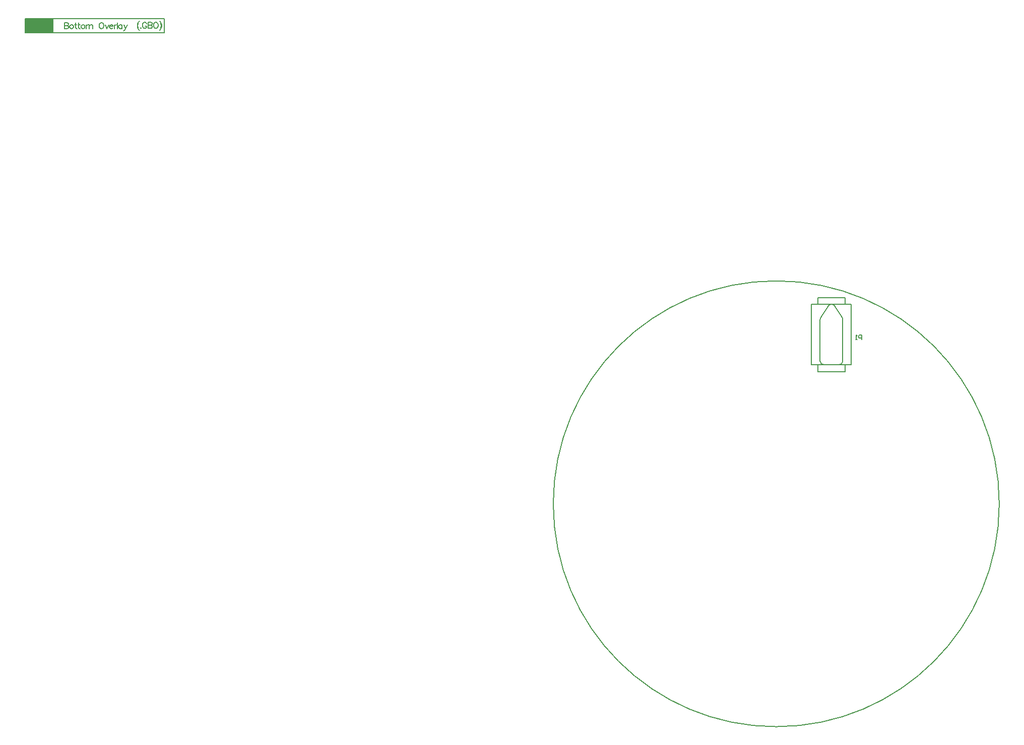
<source format=gbo>
G04*
G04 #@! TF.GenerationSoftware,Altium Limited,Altium Designer,20.0.2 (26)*
G04*
G04 Layer_Color=16776960*
%FSLAX25Y25*%
%MOIN*%
G70*
G01*
G75*
%ADD10C,0.00787*%
%ADD14C,0.00500*%
%ADD15C,0.00600*%
%ADD18R,0.19000X0.09500*%
%ADD137C,0.00598*%
D10*
X-577346Y358028D02*
X-485346D01*
X-577346Y348528D02*
X-485346D01*
Y358028D01*
X-577346Y348528D02*
Y358028D01*
X67089Y36880D02*
G03*
X67089Y36880I-147500J0D01*
G01*
D14*
X-501688Y356289D02*
X-502069Y355908D01*
X-502450Y355337D01*
X-502831Y354575D01*
X-503021Y353623D01*
Y352861D01*
X-502831Y351909D01*
X-502450Y351147D01*
X-502069Y350576D01*
X-501688Y350195D01*
X-502069Y355908D02*
X-502450Y355147D01*
X-502640Y354575D01*
X-502831Y353623D01*
Y352861D01*
X-502640Y351909D01*
X-502450Y351338D01*
X-502069Y350576D01*
X-500736Y351909D02*
X-500926Y351719D01*
X-500736Y351528D01*
X-500546Y351719D01*
X-500736Y351909D01*
X-496813Y354575D02*
X-497003Y354956D01*
X-497384Y355337D01*
X-497765Y355527D01*
X-498527D01*
X-498908Y355337D01*
X-499289Y354956D01*
X-499479Y354575D01*
X-499670Y354004D01*
Y353052D01*
X-499479Y352481D01*
X-499289Y352100D01*
X-498908Y351719D01*
X-498527Y351528D01*
X-497765D01*
X-497384Y351719D01*
X-497003Y352100D01*
X-496813Y352481D01*
Y353052D01*
X-497765D02*
X-496813D01*
X-495899Y355527D02*
Y351528D01*
Y355527D02*
X-494185D01*
X-493614Y355337D01*
X-493423Y355147D01*
X-493233Y354766D01*
Y354385D01*
X-493423Y354004D01*
X-493614Y353814D01*
X-494185Y353623D01*
X-495899D02*
X-494185D01*
X-493614Y353433D01*
X-493423Y353242D01*
X-493233Y352861D01*
Y352290D01*
X-493423Y351909D01*
X-493614Y351719D01*
X-494185Y351528D01*
X-495899D01*
X-491195Y355527D02*
X-491576Y355337D01*
X-491957Y354956D01*
X-492147Y354575D01*
X-492338Y354004D01*
Y353052D01*
X-492147Y352481D01*
X-491957Y352100D01*
X-491576Y351719D01*
X-491195Y351528D01*
X-490433D01*
X-490053Y351719D01*
X-489672Y352100D01*
X-489481Y352481D01*
X-489291Y353052D01*
Y354004D01*
X-489481Y354575D01*
X-489672Y354956D01*
X-490053Y355337D01*
X-490433Y355527D01*
X-491195D01*
X-488358Y356289D02*
X-487977Y355908D01*
X-487596Y355337D01*
X-487215Y354575D01*
X-487025Y353623D01*
Y352861D01*
X-487215Y351909D01*
X-487596Y351147D01*
X-487977Y350576D01*
X-488358Y350195D01*
X-487977Y355908D02*
X-487596Y355147D01*
X-487405Y354575D01*
X-487215Y353623D01*
Y352861D01*
X-487405Y351909D01*
X-487596Y351338D01*
X-487977Y350576D01*
X-551346Y355227D02*
Y351228D01*
Y355227D02*
X-549632D01*
X-549061Y355037D01*
X-548870Y354847D01*
X-548680Y354466D01*
Y354085D01*
X-548870Y353704D01*
X-549061Y353514D01*
X-549632Y353323D01*
X-551346D02*
X-549632D01*
X-549061Y353133D01*
X-548870Y352942D01*
X-548680Y352561D01*
Y351990D01*
X-548870Y351609D01*
X-549061Y351419D01*
X-549632Y351228D01*
X-551346D01*
X-546833Y353894D02*
X-547214Y353704D01*
X-547594Y353323D01*
X-547785Y352752D01*
Y352371D01*
X-547594Y351800D01*
X-547214Y351419D01*
X-546833Y351228D01*
X-546261D01*
X-545880Y351419D01*
X-545500Y351800D01*
X-545309Y352371D01*
Y352752D01*
X-545500Y353323D01*
X-545880Y353704D01*
X-546261Y353894D01*
X-546833D01*
X-543862Y355227D02*
Y351990D01*
X-543671Y351419D01*
X-543291Y351228D01*
X-542910D01*
X-544433Y353894D02*
X-543100D01*
X-541767Y355227D02*
Y351990D01*
X-541577Y351419D01*
X-541196Y351228D01*
X-540815D01*
X-542338Y353894D02*
X-541005D01*
X-539291D02*
X-539672Y353704D01*
X-540053Y353323D01*
X-540243Y352752D01*
Y352371D01*
X-540053Y351800D01*
X-539672Y351419D01*
X-539291Y351228D01*
X-538720D01*
X-538339Y351419D01*
X-537958Y351800D01*
X-537768Y352371D01*
Y352752D01*
X-537958Y353323D01*
X-538339Y353704D01*
X-538720Y353894D01*
X-539291D01*
X-536892D02*
Y351228D01*
Y353133D02*
X-536321Y353704D01*
X-535940Y353894D01*
X-535368D01*
X-534987Y353704D01*
X-534797Y353133D01*
Y351228D01*
Y353133D02*
X-534226Y353704D01*
X-533845Y353894D01*
X-533274D01*
X-532893Y353704D01*
X-532702Y353133D01*
Y351228D01*
X-527161Y355227D02*
X-527541Y355037D01*
X-527922Y354656D01*
X-528113Y354275D01*
X-528303Y353704D01*
Y352752D01*
X-528113Y352181D01*
X-527922Y351800D01*
X-527541Y351419D01*
X-527161Y351228D01*
X-526399D01*
X-526018Y351419D01*
X-525637Y351800D01*
X-525447Y352181D01*
X-525256Y352752D01*
Y353704D01*
X-525447Y354275D01*
X-525637Y354656D01*
X-526018Y355037D01*
X-526399Y355227D01*
X-527161D01*
X-524323Y353894D02*
X-523180Y351228D01*
X-522038Y353894D02*
X-523180Y351228D01*
X-521390Y352752D02*
X-519105D01*
Y353133D01*
X-519296Y353514D01*
X-519486Y353704D01*
X-519867Y353894D01*
X-520438D01*
X-520819Y353704D01*
X-521200Y353323D01*
X-521390Y352752D01*
Y352371D01*
X-521200Y351800D01*
X-520819Y351419D01*
X-520438Y351228D01*
X-519867D01*
X-519486Y351419D01*
X-519105Y351800D01*
X-518248Y353894D02*
Y351228D01*
Y352752D02*
X-518058Y353323D01*
X-517677Y353704D01*
X-517296Y353894D01*
X-516725D01*
X-516363Y355227D02*
Y351228D01*
X-513240Y353894D02*
Y351228D01*
Y353323D02*
X-513621Y353704D01*
X-514002Y353894D01*
X-514573D01*
X-514954Y353704D01*
X-515335Y353323D01*
X-515525Y352752D01*
Y352371D01*
X-515335Y351800D01*
X-514954Y351419D01*
X-514573Y351228D01*
X-514002D01*
X-513621Y351419D01*
X-513240Y351800D01*
X-511983Y353894D02*
X-510840Y351228D01*
X-509698Y353894D02*
X-510840Y351228D01*
X-511221Y350467D01*
X-511602Y350086D01*
X-511983Y349895D01*
X-512173D01*
X-23993Y145550D02*
Y148549D01*
X-25493D01*
X-25993Y148049D01*
Y147049D01*
X-25493Y146549D01*
X-23993D01*
X-26992Y145550D02*
X-27992D01*
X-27492D01*
Y148549D01*
X-26992Y148049D01*
D15*
X-57130Y128885D02*
X-43882D01*
X-57130Y168885D02*
X-30752D01*
X-43882Y128885D02*
X-30752D01*
X-52882Y124385D02*
X-34882D01*
X-52882D02*
Y128885D01*
X-34882Y124385D02*
Y128885D01*
Y168885D02*
Y173385D01*
X-52882D02*
X-34882D01*
X-52882Y168885D02*
Y173385D01*
X-51382Y131385D02*
Y158885D01*
X-36382Y131385D02*
Y158885D01*
X-50882Y160385D02*
X-45882Y167885D01*
X-41882D02*
X-36882Y160385D01*
X-57130Y128885D02*
X-57130Y168885D01*
X-30752Y128885D02*
Y168885D01*
X-41882Y167885D02*
X-36882Y160385D01*
X-50882D02*
X-45882Y167885D01*
X-36382Y131385D02*
Y158885D01*
X-51382Y131385D02*
Y158885D01*
X-52882Y128885D02*
X-34882D01*
X-52882Y168885D02*
X-34382D01*
X-57130Y128885D02*
X-52882D01*
Y124385D02*
Y128885D01*
Y124385D02*
X-34882D01*
Y124885D01*
Y128885D01*
X-30752D01*
X-34882Y168885D02*
X-30752D01*
X-34882D02*
Y173385D01*
X-52882D02*
X-34882D01*
X-52882Y168885D02*
Y173385D01*
X-57130Y168885D02*
X-52882D01*
X-57130Y128885D02*
X-57130Y168885D01*
X-30752Y128885D02*
Y168885D01*
D18*
X-567846Y353278D02*
D03*
D137*
X-51382Y131385D02*
G03*
X-48882Y128885I2500J0D01*
G01*
X-38882D02*
G03*
X-36382Y131385I0J2500D01*
G01*
X-41882Y167885D02*
G03*
X-45882Y167885I-2000J-1500D01*
G01*
X-50882Y160385D02*
G03*
X-51382Y158885I2000J-1500D01*
G01*
X-36382D02*
G03*
X-36882Y160385I-2500J0D01*
G01*
X-38882Y128885D02*
G03*
X-36382Y131385I0J2500D01*
G01*
X-51382D02*
G03*
X-48882Y128885I2500J0D01*
G01*
X-41882Y167885D02*
G03*
X-45882Y167885I-2000J-1500D01*
G01*
X-36382Y158885D02*
G03*
X-36882Y160385I-2500J0D01*
G01*
X-50882D02*
G03*
X-51382Y158885I2000J-1500D01*
G01*
M02*

</source>
